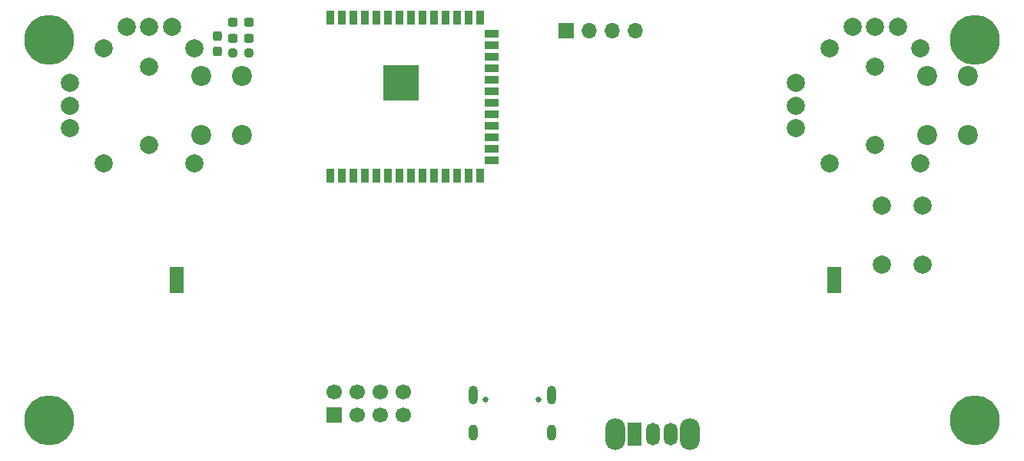
<source format=gbr>
%TF.GenerationSoftware,KiCad,Pcbnew,7.0.6-0*%
%TF.CreationDate,2024-04-21T20:32:30+02:00*%
%TF.ProjectId,3mode_controller,336d6f64-655f-4636-9f6e-74726f6c6c65,rev?*%
%TF.SameCoordinates,Original*%
%TF.FileFunction,Soldermask,Bot*%
%TF.FilePolarity,Negative*%
%FSLAX46Y46*%
G04 Gerber Fmt 4.6, Leading zero omitted, Abs format (unit mm)*
G04 Created by KiCad (PCBNEW 7.0.6-0) date 2024-04-21 20:32:30*
%MOMM*%
%LPD*%
G01*
G04 APERTURE LIST*
G04 Aperture macros list*
%AMRoundRect*
0 Rectangle with rounded corners*
0 $1 Rounding radius*
0 $2 $3 $4 $5 $6 $7 $8 $9 X,Y pos of 4 corners*
0 Add a 4 corners polygon primitive as box body*
4,1,4,$2,$3,$4,$5,$6,$7,$8,$9,$2,$3,0*
0 Add four circle primitives for the rounded corners*
1,1,$1+$1,$2,$3*
1,1,$1+$1,$4,$5*
1,1,$1+$1,$6,$7*
1,1,$1+$1,$8,$9*
0 Add four rect primitives between the rounded corners*
20,1,$1+$1,$2,$3,$4,$5,0*
20,1,$1+$1,$4,$5,$6,$7,0*
20,1,$1+$1,$6,$7,$8,$9,0*
20,1,$1+$1,$8,$9,$2,$3,0*%
G04 Aperture macros list end*
%ADD10C,5.500000*%
%ADD11O,2.200000X3.500000*%
%ADD12R,1.500000X2.500000*%
%ADD13O,1.500000X2.500000*%
%ADD14C,2.000000*%
%ADD15C,2.200000*%
%ADD16C,0.650000*%
%ADD17O,1.000000X2.100000*%
%ADD18O,1.000000X1.800000*%
%ADD19R,1.700000X1.700000*%
%ADD20O,1.700000X1.700000*%
%ADD21C,1.700000*%
%ADD22RoundRect,0.237500X0.300000X0.237500X-0.300000X0.237500X-0.300000X-0.237500X0.300000X-0.237500X0*%
%ADD23R,0.900000X1.500000*%
%ADD24R,1.500000X0.900000*%
%ADD25C,0.600000*%
%ADD26R,3.900000X3.900000*%
%ADD27R,1.500000X3.000000*%
%ADD28RoundRect,0.237500X0.250000X0.237500X-0.250000X0.237500X-0.250000X-0.237500X0.250000X-0.237500X0*%
%ADD29RoundRect,0.237500X0.237500X-0.300000X0.237500X0.300000X-0.237500X0.300000X-0.237500X-0.300000X0*%
G04 APERTURE END LIST*
D10*
%TO.C,H3*%
X103500000Y-136000000D03*
%TD*%
D11*
%TO.C,SW4*%
X165900000Y-137500000D03*
X174100000Y-137500000D03*
D12*
X168000000Y-137500000D03*
D13*
X170000000Y-137500000D03*
X172000000Y-137500000D03*
%TD*%
D14*
%TO.C,U7*%
X109500000Y-107575000D03*
X119500000Y-107575000D03*
X114500000Y-105550000D03*
X114500000Y-96950000D03*
X109500000Y-94925000D03*
X119500000Y-94925000D03*
X117000000Y-92520000D03*
X114500000Y-92520000D03*
X112000000Y-92520000D03*
X105770000Y-98750000D03*
X105770000Y-101250000D03*
X105770000Y-103750000D03*
D15*
X120250000Y-104500000D03*
X124750000Y-104500000D03*
X120250000Y-98000000D03*
X124750000Y-98000000D03*
%TD*%
D14*
%TO.C,SW3*%
X195250000Y-118750000D03*
X195250000Y-112250000D03*
X199750000Y-118750000D03*
X199750000Y-112250000D03*
%TD*%
D10*
%TO.C,H2*%
X205500000Y-94000000D03*
%TD*%
D14*
%TO.C,U8*%
X189500000Y-107575000D03*
X199500000Y-107575000D03*
X194500000Y-105550000D03*
X194500000Y-96950000D03*
X189500000Y-94925000D03*
X199500000Y-94925000D03*
X197000000Y-92520000D03*
X194500000Y-92520000D03*
X192000000Y-92520000D03*
X185770000Y-98750000D03*
X185770000Y-101250000D03*
X185770000Y-103750000D03*
D15*
X200250000Y-104500000D03*
X204750000Y-104500000D03*
X200250000Y-98000000D03*
X204750000Y-98000000D03*
%TD*%
D10*
%TO.C,H1*%
X103500000Y-94000000D03*
%TD*%
D16*
%TO.C,J2*%
X151610000Y-133685000D03*
X157390000Y-133685000D03*
D17*
X150180000Y-133185000D03*
D18*
X150180000Y-137365000D03*
D17*
X158820000Y-133185000D03*
D18*
X158820000Y-137365000D03*
%TD*%
D10*
%TO.C,H4*%
X205500000Y-136000000D03*
%TD*%
D19*
%TO.C,J1*%
X160460000Y-93000000D03*
D20*
X163000000Y-93000000D03*
X165540000Y-93000000D03*
X168080000Y-93000000D03*
%TD*%
D19*
%TO.C,U6*%
X134880000Y-135400000D03*
D21*
X134880000Y-132860000D03*
X137420000Y-135400000D03*
X137420000Y-132860000D03*
X139960000Y-135400000D03*
X139960000Y-132860000D03*
X142500000Y-135400000D03*
X142500000Y-132860000D03*
%TD*%
D22*
%TO.C,C3*%
X125462500Y-93792000D03*
X123737500Y-93792000D03*
%TD*%
D23*
%TO.C,U2*%
X134500000Y-91500000D03*
X135770000Y-91500000D03*
X137040000Y-91500000D03*
X138310000Y-91500000D03*
X139580000Y-91500000D03*
X140850000Y-91500000D03*
X142120000Y-91500000D03*
X143390000Y-91500000D03*
X144660000Y-91500000D03*
X145930000Y-91500000D03*
X147200000Y-91500000D03*
X148470000Y-91500000D03*
X149740000Y-91500000D03*
X151010000Y-91500000D03*
D24*
X152260000Y-93265000D03*
X152260000Y-94535000D03*
X152260000Y-95805000D03*
X152260000Y-97075000D03*
X152260000Y-98345000D03*
X152260000Y-99615000D03*
X152260000Y-100885000D03*
X152260000Y-102155000D03*
X152260000Y-103425000D03*
X152260000Y-104695000D03*
X152260000Y-105965000D03*
X152260000Y-107235000D03*
D23*
X151010000Y-109000000D03*
X149740000Y-109000000D03*
X148470000Y-109000000D03*
X147200000Y-109000000D03*
X145930000Y-109000000D03*
X144660000Y-109000000D03*
X143390000Y-109000000D03*
X142120000Y-109000000D03*
X140850000Y-109000000D03*
X139580000Y-109000000D03*
X138310000Y-109000000D03*
X137040000Y-109000000D03*
X135770000Y-109000000D03*
X134500000Y-109000000D03*
D25*
X142920000Y-97350000D03*
X141520000Y-97350000D03*
X143620000Y-98050000D03*
X142220000Y-98050000D03*
X140820000Y-98050000D03*
X142920000Y-98750000D03*
D26*
X142220000Y-98750000D03*
D25*
X141520000Y-98750000D03*
X143620000Y-99450000D03*
X142220000Y-99450000D03*
X140820000Y-99450000D03*
X142920000Y-100150000D03*
X141520000Y-100150000D03*
%TD*%
D27*
%TO.C,U3*%
X190000000Y-120498224D03*
X117500000Y-120498224D03*
%TD*%
D22*
%TO.C,C5*%
X125462500Y-92000000D03*
X123737500Y-92000000D03*
%TD*%
D28*
%TO.C,R1*%
X125512500Y-95392000D03*
X123687500Y-95392000D03*
%TD*%
D29*
%TO.C,C1*%
X122000000Y-95262500D03*
X122000000Y-93537500D03*
%TD*%
M02*

</source>
